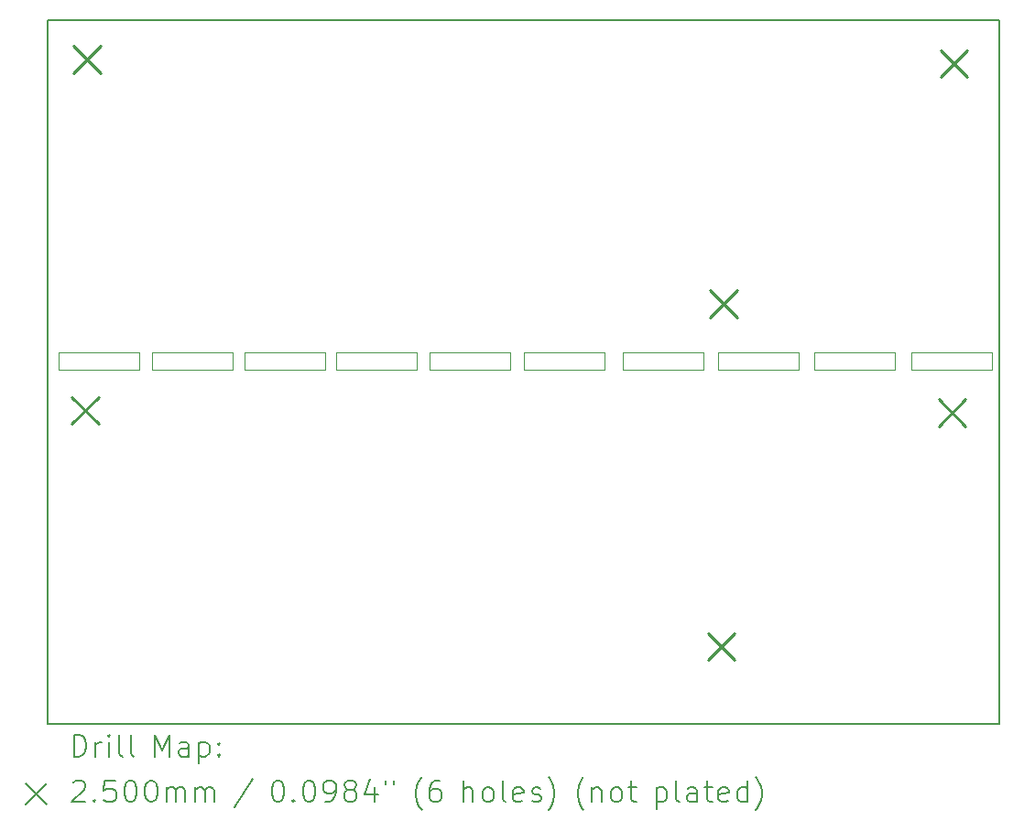
<source format=gbr>
%TF.GenerationSoftware,KiCad,Pcbnew,6.99.0-unknown-492e6548ff~162~ubuntu22.04.1*%
%TF.CreationDate,2022-12-11T13:45:47+01:00*%
%TF.ProjectId,lora_dual,6c6f7261-5f64-4756-916c-2e6b69636164,rev?*%
%TF.SameCoordinates,Original*%
%TF.FileFunction,Drillmap*%
%TF.FilePolarity,Positive*%
%FSLAX45Y45*%
G04 Gerber Fmt 4.5, Leading zero omitted, Abs format (unit mm)*
G04 Created by KiCad (PCBNEW 6.99.0-unknown-492e6548ff~162~ubuntu22.04.1) date 2022-12-11 13:45:47*
%MOMM*%
%LPD*%
G01*
G04 APERTURE LIST*
%ADD10C,0.100000*%
%ADD11C,0.150000*%
%ADD12C,0.200000*%
%ADD13C,0.250000*%
G04 APERTURE END LIST*
D10*
X15375000Y-12595000D02*
X16120000Y-12595000D01*
X16120000Y-12595000D02*
X16120000Y-12755000D01*
X16120000Y-12755000D02*
X15375000Y-12755000D01*
X15375000Y-12755000D02*
X15375000Y-12595000D01*
X20640000Y-12600000D02*
X21385000Y-12600000D01*
X21385000Y-12600000D02*
X21385000Y-12760000D01*
X21385000Y-12760000D02*
X20640000Y-12760000D01*
X20640000Y-12760000D02*
X20640000Y-12600000D01*
X21540000Y-12600000D02*
X22285000Y-12600000D01*
X22285000Y-12600000D02*
X22285000Y-12760000D01*
X22285000Y-12760000D02*
X21540000Y-12760000D01*
X21540000Y-12760000D02*
X21540000Y-12600000D01*
X19755000Y-12600000D02*
X20500000Y-12600000D01*
X20500000Y-12600000D02*
X20500000Y-12760000D01*
X20500000Y-12760000D02*
X19755000Y-12760000D01*
X19755000Y-12760000D02*
X19755000Y-12600000D01*
D11*
X13560000Y-9525000D02*
X22350000Y-9525000D01*
X22350000Y-9525000D02*
X22350000Y-16035000D01*
X22350000Y-16035000D02*
X13560000Y-16035000D01*
X13560000Y-16035000D02*
X13560000Y-9525000D01*
D10*
X14520000Y-12595000D02*
X15265000Y-12595000D01*
X15265000Y-12595000D02*
X15265000Y-12755000D01*
X15265000Y-12755000D02*
X14520000Y-12755000D01*
X14520000Y-12755000D02*
X14520000Y-12595000D01*
X17960000Y-12600000D02*
X18705000Y-12600000D01*
X18705000Y-12600000D02*
X18705000Y-12760000D01*
X18705000Y-12760000D02*
X17960000Y-12760000D01*
X17960000Y-12760000D02*
X17960000Y-12600000D01*
X13660000Y-12595000D02*
X14405000Y-12595000D01*
X14405000Y-12595000D02*
X14405000Y-12755000D01*
X14405000Y-12755000D02*
X13660000Y-12755000D01*
X13660000Y-12755000D02*
X13660000Y-12595000D01*
X18875000Y-12600000D02*
X19620000Y-12600000D01*
X19620000Y-12600000D02*
X19620000Y-12760000D01*
X19620000Y-12760000D02*
X18875000Y-12760000D01*
X18875000Y-12760000D02*
X18875000Y-12600000D01*
X17090000Y-12600000D02*
X17835000Y-12600000D01*
X17835000Y-12600000D02*
X17835000Y-12760000D01*
X17835000Y-12760000D02*
X17090000Y-12760000D01*
X17090000Y-12760000D02*
X17090000Y-12600000D01*
X16225000Y-12600000D02*
X16970000Y-12600000D01*
X16970000Y-12600000D02*
X16970000Y-12760000D01*
X16970000Y-12760000D02*
X16225000Y-12760000D01*
X16225000Y-12760000D02*
X16225000Y-12600000D01*
D12*
D13*
X13780000Y-13010000D02*
X14030000Y-13260000D01*
X14030000Y-13010000D02*
X13780000Y-13260000D01*
X13795000Y-9765000D02*
X14045000Y-10015000D01*
X14045000Y-9765000D02*
X13795000Y-10015000D01*
X19660000Y-15195000D02*
X19910000Y-15445000D01*
X19910000Y-15195000D02*
X19660000Y-15445000D01*
X19680000Y-12025000D02*
X19930000Y-12275000D01*
X19930000Y-12025000D02*
X19680000Y-12275000D01*
X21795000Y-13030000D02*
X22045000Y-13280000D01*
X22045000Y-13030000D02*
X21795000Y-13280000D01*
X21810000Y-9800000D02*
X22060000Y-10050000D01*
X22060000Y-9800000D02*
X21810000Y-10050000D01*
D12*
X13800119Y-16335976D02*
X13800119Y-16135976D01*
X13800119Y-16135976D02*
X13847738Y-16135976D01*
X13847738Y-16135976D02*
X13876309Y-16145500D01*
X13876309Y-16145500D02*
X13895357Y-16164548D01*
X13895357Y-16164548D02*
X13904881Y-16183595D01*
X13904881Y-16183595D02*
X13914405Y-16221690D01*
X13914405Y-16221690D02*
X13914405Y-16250262D01*
X13914405Y-16250262D02*
X13904881Y-16288357D01*
X13904881Y-16288357D02*
X13895357Y-16307405D01*
X13895357Y-16307405D02*
X13876309Y-16326452D01*
X13876309Y-16326452D02*
X13847738Y-16335976D01*
X13847738Y-16335976D02*
X13800119Y-16335976D01*
X14000119Y-16335976D02*
X14000119Y-16202643D01*
X14000119Y-16240738D02*
X14009643Y-16221690D01*
X14009643Y-16221690D02*
X14019167Y-16212167D01*
X14019167Y-16212167D02*
X14038214Y-16202643D01*
X14038214Y-16202643D02*
X14057262Y-16202643D01*
X14123928Y-16335976D02*
X14123928Y-16202643D01*
X14123928Y-16135976D02*
X14114405Y-16145500D01*
X14114405Y-16145500D02*
X14123928Y-16155024D01*
X14123928Y-16155024D02*
X14133452Y-16145500D01*
X14133452Y-16145500D02*
X14123928Y-16135976D01*
X14123928Y-16135976D02*
X14123928Y-16155024D01*
X14247738Y-16335976D02*
X14228690Y-16326452D01*
X14228690Y-16326452D02*
X14219167Y-16307405D01*
X14219167Y-16307405D02*
X14219167Y-16135976D01*
X14352500Y-16335976D02*
X14333452Y-16326452D01*
X14333452Y-16326452D02*
X14323928Y-16307405D01*
X14323928Y-16307405D02*
X14323928Y-16135976D01*
X14548690Y-16335976D02*
X14548690Y-16135976D01*
X14548690Y-16135976D02*
X14615357Y-16278833D01*
X14615357Y-16278833D02*
X14682024Y-16135976D01*
X14682024Y-16135976D02*
X14682024Y-16335976D01*
X14862976Y-16335976D02*
X14862976Y-16231214D01*
X14862976Y-16231214D02*
X14853452Y-16212167D01*
X14853452Y-16212167D02*
X14834405Y-16202643D01*
X14834405Y-16202643D02*
X14796309Y-16202643D01*
X14796309Y-16202643D02*
X14777262Y-16212167D01*
X14862976Y-16326452D02*
X14843928Y-16335976D01*
X14843928Y-16335976D02*
X14796309Y-16335976D01*
X14796309Y-16335976D02*
X14777262Y-16326452D01*
X14777262Y-16326452D02*
X14767738Y-16307405D01*
X14767738Y-16307405D02*
X14767738Y-16288357D01*
X14767738Y-16288357D02*
X14777262Y-16269309D01*
X14777262Y-16269309D02*
X14796309Y-16259786D01*
X14796309Y-16259786D02*
X14843928Y-16259786D01*
X14843928Y-16259786D02*
X14862976Y-16250262D01*
X14958214Y-16202643D02*
X14958214Y-16402643D01*
X14958214Y-16212167D02*
X14977262Y-16202643D01*
X14977262Y-16202643D02*
X15015357Y-16202643D01*
X15015357Y-16202643D02*
X15034405Y-16212167D01*
X15034405Y-16212167D02*
X15043928Y-16221690D01*
X15043928Y-16221690D02*
X15053452Y-16240738D01*
X15053452Y-16240738D02*
X15053452Y-16297881D01*
X15053452Y-16297881D02*
X15043928Y-16316928D01*
X15043928Y-16316928D02*
X15034405Y-16326452D01*
X15034405Y-16326452D02*
X15015357Y-16335976D01*
X15015357Y-16335976D02*
X14977262Y-16335976D01*
X14977262Y-16335976D02*
X14958214Y-16326452D01*
X15139167Y-16316928D02*
X15148690Y-16326452D01*
X15148690Y-16326452D02*
X15139167Y-16335976D01*
X15139167Y-16335976D02*
X15129643Y-16326452D01*
X15129643Y-16326452D02*
X15139167Y-16316928D01*
X15139167Y-16316928D02*
X15139167Y-16335976D01*
X15139167Y-16212167D02*
X15148690Y-16221690D01*
X15148690Y-16221690D02*
X15139167Y-16231214D01*
X15139167Y-16231214D02*
X15129643Y-16221690D01*
X15129643Y-16221690D02*
X15139167Y-16212167D01*
X15139167Y-16212167D02*
X15139167Y-16231214D01*
X13352500Y-16582500D02*
X13552500Y-16782500D01*
X13552500Y-16582500D02*
X13352500Y-16782500D01*
X13790595Y-16575024D02*
X13800119Y-16565500D01*
X13800119Y-16565500D02*
X13819167Y-16555976D01*
X13819167Y-16555976D02*
X13866786Y-16555976D01*
X13866786Y-16555976D02*
X13885833Y-16565500D01*
X13885833Y-16565500D02*
X13895357Y-16575024D01*
X13895357Y-16575024D02*
X13904881Y-16594071D01*
X13904881Y-16594071D02*
X13904881Y-16613119D01*
X13904881Y-16613119D02*
X13895357Y-16641690D01*
X13895357Y-16641690D02*
X13781071Y-16755976D01*
X13781071Y-16755976D02*
X13904881Y-16755976D01*
X13990595Y-16736928D02*
X14000119Y-16746452D01*
X14000119Y-16746452D02*
X13990595Y-16755976D01*
X13990595Y-16755976D02*
X13981071Y-16746452D01*
X13981071Y-16746452D02*
X13990595Y-16736928D01*
X13990595Y-16736928D02*
X13990595Y-16755976D01*
X14181071Y-16555976D02*
X14085833Y-16555976D01*
X14085833Y-16555976D02*
X14076309Y-16651214D01*
X14076309Y-16651214D02*
X14085833Y-16641690D01*
X14085833Y-16641690D02*
X14104881Y-16632167D01*
X14104881Y-16632167D02*
X14152500Y-16632167D01*
X14152500Y-16632167D02*
X14171548Y-16641690D01*
X14171548Y-16641690D02*
X14181071Y-16651214D01*
X14181071Y-16651214D02*
X14190595Y-16670262D01*
X14190595Y-16670262D02*
X14190595Y-16717881D01*
X14190595Y-16717881D02*
X14181071Y-16736928D01*
X14181071Y-16736928D02*
X14171548Y-16746452D01*
X14171548Y-16746452D02*
X14152500Y-16755976D01*
X14152500Y-16755976D02*
X14104881Y-16755976D01*
X14104881Y-16755976D02*
X14085833Y-16746452D01*
X14085833Y-16746452D02*
X14076309Y-16736928D01*
X14314405Y-16555976D02*
X14333452Y-16555976D01*
X14333452Y-16555976D02*
X14352500Y-16565500D01*
X14352500Y-16565500D02*
X14362024Y-16575024D01*
X14362024Y-16575024D02*
X14371548Y-16594071D01*
X14371548Y-16594071D02*
X14381071Y-16632167D01*
X14381071Y-16632167D02*
X14381071Y-16679786D01*
X14381071Y-16679786D02*
X14371548Y-16717881D01*
X14371548Y-16717881D02*
X14362024Y-16736928D01*
X14362024Y-16736928D02*
X14352500Y-16746452D01*
X14352500Y-16746452D02*
X14333452Y-16755976D01*
X14333452Y-16755976D02*
X14314405Y-16755976D01*
X14314405Y-16755976D02*
X14295357Y-16746452D01*
X14295357Y-16746452D02*
X14285833Y-16736928D01*
X14285833Y-16736928D02*
X14276309Y-16717881D01*
X14276309Y-16717881D02*
X14266786Y-16679786D01*
X14266786Y-16679786D02*
X14266786Y-16632167D01*
X14266786Y-16632167D02*
X14276309Y-16594071D01*
X14276309Y-16594071D02*
X14285833Y-16575024D01*
X14285833Y-16575024D02*
X14295357Y-16565500D01*
X14295357Y-16565500D02*
X14314405Y-16555976D01*
X14504881Y-16555976D02*
X14523929Y-16555976D01*
X14523929Y-16555976D02*
X14542976Y-16565500D01*
X14542976Y-16565500D02*
X14552500Y-16575024D01*
X14552500Y-16575024D02*
X14562024Y-16594071D01*
X14562024Y-16594071D02*
X14571548Y-16632167D01*
X14571548Y-16632167D02*
X14571548Y-16679786D01*
X14571548Y-16679786D02*
X14562024Y-16717881D01*
X14562024Y-16717881D02*
X14552500Y-16736928D01*
X14552500Y-16736928D02*
X14542976Y-16746452D01*
X14542976Y-16746452D02*
X14523929Y-16755976D01*
X14523929Y-16755976D02*
X14504881Y-16755976D01*
X14504881Y-16755976D02*
X14485833Y-16746452D01*
X14485833Y-16746452D02*
X14476309Y-16736928D01*
X14476309Y-16736928D02*
X14466786Y-16717881D01*
X14466786Y-16717881D02*
X14457262Y-16679786D01*
X14457262Y-16679786D02*
X14457262Y-16632167D01*
X14457262Y-16632167D02*
X14466786Y-16594071D01*
X14466786Y-16594071D02*
X14476309Y-16575024D01*
X14476309Y-16575024D02*
X14485833Y-16565500D01*
X14485833Y-16565500D02*
X14504881Y-16555976D01*
X14657262Y-16755976D02*
X14657262Y-16622643D01*
X14657262Y-16641690D02*
X14666786Y-16632167D01*
X14666786Y-16632167D02*
X14685833Y-16622643D01*
X14685833Y-16622643D02*
X14714405Y-16622643D01*
X14714405Y-16622643D02*
X14733452Y-16632167D01*
X14733452Y-16632167D02*
X14742976Y-16651214D01*
X14742976Y-16651214D02*
X14742976Y-16755976D01*
X14742976Y-16651214D02*
X14752500Y-16632167D01*
X14752500Y-16632167D02*
X14771548Y-16622643D01*
X14771548Y-16622643D02*
X14800119Y-16622643D01*
X14800119Y-16622643D02*
X14819167Y-16632167D01*
X14819167Y-16632167D02*
X14828690Y-16651214D01*
X14828690Y-16651214D02*
X14828690Y-16755976D01*
X14923929Y-16755976D02*
X14923929Y-16622643D01*
X14923929Y-16641690D02*
X14933452Y-16632167D01*
X14933452Y-16632167D02*
X14952500Y-16622643D01*
X14952500Y-16622643D02*
X14981071Y-16622643D01*
X14981071Y-16622643D02*
X15000119Y-16632167D01*
X15000119Y-16632167D02*
X15009643Y-16651214D01*
X15009643Y-16651214D02*
X15009643Y-16755976D01*
X15009643Y-16651214D02*
X15019167Y-16632167D01*
X15019167Y-16632167D02*
X15038214Y-16622643D01*
X15038214Y-16622643D02*
X15066786Y-16622643D01*
X15066786Y-16622643D02*
X15085833Y-16632167D01*
X15085833Y-16632167D02*
X15095357Y-16651214D01*
X15095357Y-16651214D02*
X15095357Y-16755976D01*
X15453452Y-16546452D02*
X15282024Y-16803595D01*
X15678214Y-16555976D02*
X15697262Y-16555976D01*
X15697262Y-16555976D02*
X15716310Y-16565500D01*
X15716310Y-16565500D02*
X15725833Y-16575024D01*
X15725833Y-16575024D02*
X15735357Y-16594071D01*
X15735357Y-16594071D02*
X15744881Y-16632167D01*
X15744881Y-16632167D02*
X15744881Y-16679786D01*
X15744881Y-16679786D02*
X15735357Y-16717881D01*
X15735357Y-16717881D02*
X15725833Y-16736928D01*
X15725833Y-16736928D02*
X15716310Y-16746452D01*
X15716310Y-16746452D02*
X15697262Y-16755976D01*
X15697262Y-16755976D02*
X15678214Y-16755976D01*
X15678214Y-16755976D02*
X15659167Y-16746452D01*
X15659167Y-16746452D02*
X15649643Y-16736928D01*
X15649643Y-16736928D02*
X15640119Y-16717881D01*
X15640119Y-16717881D02*
X15630595Y-16679786D01*
X15630595Y-16679786D02*
X15630595Y-16632167D01*
X15630595Y-16632167D02*
X15640119Y-16594071D01*
X15640119Y-16594071D02*
X15649643Y-16575024D01*
X15649643Y-16575024D02*
X15659167Y-16565500D01*
X15659167Y-16565500D02*
X15678214Y-16555976D01*
X15830595Y-16736928D02*
X15840119Y-16746452D01*
X15840119Y-16746452D02*
X15830595Y-16755976D01*
X15830595Y-16755976D02*
X15821071Y-16746452D01*
X15821071Y-16746452D02*
X15830595Y-16736928D01*
X15830595Y-16736928D02*
X15830595Y-16755976D01*
X15963929Y-16555976D02*
X15982976Y-16555976D01*
X15982976Y-16555976D02*
X16002024Y-16565500D01*
X16002024Y-16565500D02*
X16011548Y-16575024D01*
X16011548Y-16575024D02*
X16021071Y-16594071D01*
X16021071Y-16594071D02*
X16030595Y-16632167D01*
X16030595Y-16632167D02*
X16030595Y-16679786D01*
X16030595Y-16679786D02*
X16021071Y-16717881D01*
X16021071Y-16717881D02*
X16011548Y-16736928D01*
X16011548Y-16736928D02*
X16002024Y-16746452D01*
X16002024Y-16746452D02*
X15982976Y-16755976D01*
X15982976Y-16755976D02*
X15963929Y-16755976D01*
X15963929Y-16755976D02*
X15944881Y-16746452D01*
X15944881Y-16746452D02*
X15935357Y-16736928D01*
X15935357Y-16736928D02*
X15925833Y-16717881D01*
X15925833Y-16717881D02*
X15916310Y-16679786D01*
X15916310Y-16679786D02*
X15916310Y-16632167D01*
X15916310Y-16632167D02*
X15925833Y-16594071D01*
X15925833Y-16594071D02*
X15935357Y-16575024D01*
X15935357Y-16575024D02*
X15944881Y-16565500D01*
X15944881Y-16565500D02*
X15963929Y-16555976D01*
X16125833Y-16755976D02*
X16163929Y-16755976D01*
X16163929Y-16755976D02*
X16182976Y-16746452D01*
X16182976Y-16746452D02*
X16192500Y-16736928D01*
X16192500Y-16736928D02*
X16211548Y-16708357D01*
X16211548Y-16708357D02*
X16221071Y-16670262D01*
X16221071Y-16670262D02*
X16221071Y-16594071D01*
X16221071Y-16594071D02*
X16211548Y-16575024D01*
X16211548Y-16575024D02*
X16202024Y-16565500D01*
X16202024Y-16565500D02*
X16182976Y-16555976D01*
X16182976Y-16555976D02*
X16144881Y-16555976D01*
X16144881Y-16555976D02*
X16125833Y-16565500D01*
X16125833Y-16565500D02*
X16116310Y-16575024D01*
X16116310Y-16575024D02*
X16106786Y-16594071D01*
X16106786Y-16594071D02*
X16106786Y-16641690D01*
X16106786Y-16641690D02*
X16116310Y-16660738D01*
X16116310Y-16660738D02*
X16125833Y-16670262D01*
X16125833Y-16670262D02*
X16144881Y-16679786D01*
X16144881Y-16679786D02*
X16182976Y-16679786D01*
X16182976Y-16679786D02*
X16202024Y-16670262D01*
X16202024Y-16670262D02*
X16211548Y-16660738D01*
X16211548Y-16660738D02*
X16221071Y-16641690D01*
X16335357Y-16641690D02*
X16316310Y-16632167D01*
X16316310Y-16632167D02*
X16306786Y-16622643D01*
X16306786Y-16622643D02*
X16297262Y-16603595D01*
X16297262Y-16603595D02*
X16297262Y-16594071D01*
X16297262Y-16594071D02*
X16306786Y-16575024D01*
X16306786Y-16575024D02*
X16316310Y-16565500D01*
X16316310Y-16565500D02*
X16335357Y-16555976D01*
X16335357Y-16555976D02*
X16373452Y-16555976D01*
X16373452Y-16555976D02*
X16392500Y-16565500D01*
X16392500Y-16565500D02*
X16402024Y-16575024D01*
X16402024Y-16575024D02*
X16411548Y-16594071D01*
X16411548Y-16594071D02*
X16411548Y-16603595D01*
X16411548Y-16603595D02*
X16402024Y-16622643D01*
X16402024Y-16622643D02*
X16392500Y-16632167D01*
X16392500Y-16632167D02*
X16373452Y-16641690D01*
X16373452Y-16641690D02*
X16335357Y-16641690D01*
X16335357Y-16641690D02*
X16316310Y-16651214D01*
X16316310Y-16651214D02*
X16306786Y-16660738D01*
X16306786Y-16660738D02*
X16297262Y-16679786D01*
X16297262Y-16679786D02*
X16297262Y-16717881D01*
X16297262Y-16717881D02*
X16306786Y-16736928D01*
X16306786Y-16736928D02*
X16316310Y-16746452D01*
X16316310Y-16746452D02*
X16335357Y-16755976D01*
X16335357Y-16755976D02*
X16373452Y-16755976D01*
X16373452Y-16755976D02*
X16392500Y-16746452D01*
X16392500Y-16746452D02*
X16402024Y-16736928D01*
X16402024Y-16736928D02*
X16411548Y-16717881D01*
X16411548Y-16717881D02*
X16411548Y-16679786D01*
X16411548Y-16679786D02*
X16402024Y-16660738D01*
X16402024Y-16660738D02*
X16392500Y-16651214D01*
X16392500Y-16651214D02*
X16373452Y-16641690D01*
X16582976Y-16622643D02*
X16582976Y-16755976D01*
X16535357Y-16546452D02*
X16487738Y-16689309D01*
X16487738Y-16689309D02*
X16611548Y-16689309D01*
X16678214Y-16555976D02*
X16678214Y-16594071D01*
X16754405Y-16555976D02*
X16754405Y-16594071D01*
X17017262Y-16832167D02*
X17007738Y-16822643D01*
X17007738Y-16822643D02*
X16988691Y-16794071D01*
X16988691Y-16794071D02*
X16979167Y-16775024D01*
X16979167Y-16775024D02*
X16969643Y-16746452D01*
X16969643Y-16746452D02*
X16960119Y-16698833D01*
X16960119Y-16698833D02*
X16960119Y-16660738D01*
X16960119Y-16660738D02*
X16969643Y-16613119D01*
X16969643Y-16613119D02*
X16979167Y-16584548D01*
X16979167Y-16584548D02*
X16988691Y-16565500D01*
X16988691Y-16565500D02*
X17007738Y-16536928D01*
X17007738Y-16536928D02*
X17017262Y-16527405D01*
X17179167Y-16555976D02*
X17141072Y-16555976D01*
X17141072Y-16555976D02*
X17122024Y-16565500D01*
X17122024Y-16565500D02*
X17112500Y-16575024D01*
X17112500Y-16575024D02*
X17093453Y-16603595D01*
X17093453Y-16603595D02*
X17083929Y-16641690D01*
X17083929Y-16641690D02*
X17083929Y-16717881D01*
X17083929Y-16717881D02*
X17093453Y-16736928D01*
X17093453Y-16736928D02*
X17102976Y-16746452D01*
X17102976Y-16746452D02*
X17122024Y-16755976D01*
X17122024Y-16755976D02*
X17160119Y-16755976D01*
X17160119Y-16755976D02*
X17179167Y-16746452D01*
X17179167Y-16746452D02*
X17188691Y-16736928D01*
X17188691Y-16736928D02*
X17198214Y-16717881D01*
X17198214Y-16717881D02*
X17198214Y-16670262D01*
X17198214Y-16670262D02*
X17188691Y-16651214D01*
X17188691Y-16651214D02*
X17179167Y-16641690D01*
X17179167Y-16641690D02*
X17160119Y-16632167D01*
X17160119Y-16632167D02*
X17122024Y-16632167D01*
X17122024Y-16632167D02*
X17102976Y-16641690D01*
X17102976Y-16641690D02*
X17093453Y-16651214D01*
X17093453Y-16651214D02*
X17083929Y-16670262D01*
X17403929Y-16755976D02*
X17403929Y-16555976D01*
X17489643Y-16755976D02*
X17489643Y-16651214D01*
X17489643Y-16651214D02*
X17480119Y-16632167D01*
X17480119Y-16632167D02*
X17461072Y-16622643D01*
X17461072Y-16622643D02*
X17432500Y-16622643D01*
X17432500Y-16622643D02*
X17413453Y-16632167D01*
X17413453Y-16632167D02*
X17403929Y-16641690D01*
X17613453Y-16755976D02*
X17594405Y-16746452D01*
X17594405Y-16746452D02*
X17584881Y-16736928D01*
X17584881Y-16736928D02*
X17575357Y-16717881D01*
X17575357Y-16717881D02*
X17575357Y-16660738D01*
X17575357Y-16660738D02*
X17584881Y-16641690D01*
X17584881Y-16641690D02*
X17594405Y-16632167D01*
X17594405Y-16632167D02*
X17613453Y-16622643D01*
X17613453Y-16622643D02*
X17642024Y-16622643D01*
X17642024Y-16622643D02*
X17661072Y-16632167D01*
X17661072Y-16632167D02*
X17670595Y-16641690D01*
X17670595Y-16641690D02*
X17680119Y-16660738D01*
X17680119Y-16660738D02*
X17680119Y-16717881D01*
X17680119Y-16717881D02*
X17670595Y-16736928D01*
X17670595Y-16736928D02*
X17661072Y-16746452D01*
X17661072Y-16746452D02*
X17642024Y-16755976D01*
X17642024Y-16755976D02*
X17613453Y-16755976D01*
X17794405Y-16755976D02*
X17775357Y-16746452D01*
X17775357Y-16746452D02*
X17765834Y-16727405D01*
X17765834Y-16727405D02*
X17765834Y-16555976D01*
X17946786Y-16746452D02*
X17927738Y-16755976D01*
X17927738Y-16755976D02*
X17889643Y-16755976D01*
X17889643Y-16755976D02*
X17870595Y-16746452D01*
X17870595Y-16746452D02*
X17861072Y-16727405D01*
X17861072Y-16727405D02*
X17861072Y-16651214D01*
X17861072Y-16651214D02*
X17870595Y-16632167D01*
X17870595Y-16632167D02*
X17889643Y-16622643D01*
X17889643Y-16622643D02*
X17927738Y-16622643D01*
X17927738Y-16622643D02*
X17946786Y-16632167D01*
X17946786Y-16632167D02*
X17956310Y-16651214D01*
X17956310Y-16651214D02*
X17956310Y-16670262D01*
X17956310Y-16670262D02*
X17861072Y-16689309D01*
X18032500Y-16746452D02*
X18051548Y-16755976D01*
X18051548Y-16755976D02*
X18089643Y-16755976D01*
X18089643Y-16755976D02*
X18108691Y-16746452D01*
X18108691Y-16746452D02*
X18118215Y-16727405D01*
X18118215Y-16727405D02*
X18118215Y-16717881D01*
X18118215Y-16717881D02*
X18108691Y-16698833D01*
X18108691Y-16698833D02*
X18089643Y-16689309D01*
X18089643Y-16689309D02*
X18061072Y-16689309D01*
X18061072Y-16689309D02*
X18042024Y-16679786D01*
X18042024Y-16679786D02*
X18032500Y-16660738D01*
X18032500Y-16660738D02*
X18032500Y-16651214D01*
X18032500Y-16651214D02*
X18042024Y-16632167D01*
X18042024Y-16632167D02*
X18061072Y-16622643D01*
X18061072Y-16622643D02*
X18089643Y-16622643D01*
X18089643Y-16622643D02*
X18108691Y-16632167D01*
X18184881Y-16832167D02*
X18194405Y-16822643D01*
X18194405Y-16822643D02*
X18213453Y-16794071D01*
X18213453Y-16794071D02*
X18222976Y-16775024D01*
X18222976Y-16775024D02*
X18232500Y-16746452D01*
X18232500Y-16746452D02*
X18242024Y-16698833D01*
X18242024Y-16698833D02*
X18242024Y-16660738D01*
X18242024Y-16660738D02*
X18232500Y-16613119D01*
X18232500Y-16613119D02*
X18222976Y-16584548D01*
X18222976Y-16584548D02*
X18213453Y-16565500D01*
X18213453Y-16565500D02*
X18194405Y-16536928D01*
X18194405Y-16536928D02*
X18184881Y-16527405D01*
X18514405Y-16832167D02*
X18504881Y-16822643D01*
X18504881Y-16822643D02*
X18485834Y-16794071D01*
X18485834Y-16794071D02*
X18476310Y-16775024D01*
X18476310Y-16775024D02*
X18466786Y-16746452D01*
X18466786Y-16746452D02*
X18457262Y-16698833D01*
X18457262Y-16698833D02*
X18457262Y-16660738D01*
X18457262Y-16660738D02*
X18466786Y-16613119D01*
X18466786Y-16613119D02*
X18476310Y-16584548D01*
X18476310Y-16584548D02*
X18485834Y-16565500D01*
X18485834Y-16565500D02*
X18504881Y-16536928D01*
X18504881Y-16536928D02*
X18514405Y-16527405D01*
X18590595Y-16622643D02*
X18590595Y-16755976D01*
X18590595Y-16641690D02*
X18600119Y-16632167D01*
X18600119Y-16632167D02*
X18619167Y-16622643D01*
X18619167Y-16622643D02*
X18647738Y-16622643D01*
X18647738Y-16622643D02*
X18666786Y-16632167D01*
X18666786Y-16632167D02*
X18676310Y-16651214D01*
X18676310Y-16651214D02*
X18676310Y-16755976D01*
X18800119Y-16755976D02*
X18781072Y-16746452D01*
X18781072Y-16746452D02*
X18771548Y-16736928D01*
X18771548Y-16736928D02*
X18762024Y-16717881D01*
X18762024Y-16717881D02*
X18762024Y-16660738D01*
X18762024Y-16660738D02*
X18771548Y-16641690D01*
X18771548Y-16641690D02*
X18781072Y-16632167D01*
X18781072Y-16632167D02*
X18800119Y-16622643D01*
X18800119Y-16622643D02*
X18828691Y-16622643D01*
X18828691Y-16622643D02*
X18847738Y-16632167D01*
X18847738Y-16632167D02*
X18857262Y-16641690D01*
X18857262Y-16641690D02*
X18866786Y-16660738D01*
X18866786Y-16660738D02*
X18866786Y-16717881D01*
X18866786Y-16717881D02*
X18857262Y-16736928D01*
X18857262Y-16736928D02*
X18847738Y-16746452D01*
X18847738Y-16746452D02*
X18828691Y-16755976D01*
X18828691Y-16755976D02*
X18800119Y-16755976D01*
X18923929Y-16622643D02*
X19000119Y-16622643D01*
X18952500Y-16555976D02*
X18952500Y-16727405D01*
X18952500Y-16727405D02*
X18962024Y-16746452D01*
X18962024Y-16746452D02*
X18981072Y-16755976D01*
X18981072Y-16755976D02*
X19000119Y-16755976D01*
X19186786Y-16622643D02*
X19186786Y-16822643D01*
X19186786Y-16632167D02*
X19205834Y-16622643D01*
X19205834Y-16622643D02*
X19243929Y-16622643D01*
X19243929Y-16622643D02*
X19262976Y-16632167D01*
X19262976Y-16632167D02*
X19272500Y-16641690D01*
X19272500Y-16641690D02*
X19282024Y-16660738D01*
X19282024Y-16660738D02*
X19282024Y-16717881D01*
X19282024Y-16717881D02*
X19272500Y-16736928D01*
X19272500Y-16736928D02*
X19262976Y-16746452D01*
X19262976Y-16746452D02*
X19243929Y-16755976D01*
X19243929Y-16755976D02*
X19205834Y-16755976D01*
X19205834Y-16755976D02*
X19186786Y-16746452D01*
X19396310Y-16755976D02*
X19377262Y-16746452D01*
X19377262Y-16746452D02*
X19367738Y-16727405D01*
X19367738Y-16727405D02*
X19367738Y-16555976D01*
X19558215Y-16755976D02*
X19558215Y-16651214D01*
X19558215Y-16651214D02*
X19548691Y-16632167D01*
X19548691Y-16632167D02*
X19529643Y-16622643D01*
X19529643Y-16622643D02*
X19491548Y-16622643D01*
X19491548Y-16622643D02*
X19472500Y-16632167D01*
X19558215Y-16746452D02*
X19539167Y-16755976D01*
X19539167Y-16755976D02*
X19491548Y-16755976D01*
X19491548Y-16755976D02*
X19472500Y-16746452D01*
X19472500Y-16746452D02*
X19462976Y-16727405D01*
X19462976Y-16727405D02*
X19462976Y-16708357D01*
X19462976Y-16708357D02*
X19472500Y-16689309D01*
X19472500Y-16689309D02*
X19491548Y-16679786D01*
X19491548Y-16679786D02*
X19539167Y-16679786D01*
X19539167Y-16679786D02*
X19558215Y-16670262D01*
X19624881Y-16622643D02*
X19701072Y-16622643D01*
X19653453Y-16555976D02*
X19653453Y-16727405D01*
X19653453Y-16727405D02*
X19662976Y-16746452D01*
X19662976Y-16746452D02*
X19682024Y-16755976D01*
X19682024Y-16755976D02*
X19701072Y-16755976D01*
X19843929Y-16746452D02*
X19824881Y-16755976D01*
X19824881Y-16755976D02*
X19786786Y-16755976D01*
X19786786Y-16755976D02*
X19767738Y-16746452D01*
X19767738Y-16746452D02*
X19758215Y-16727405D01*
X19758215Y-16727405D02*
X19758215Y-16651214D01*
X19758215Y-16651214D02*
X19767738Y-16632167D01*
X19767738Y-16632167D02*
X19786786Y-16622643D01*
X19786786Y-16622643D02*
X19824881Y-16622643D01*
X19824881Y-16622643D02*
X19843929Y-16632167D01*
X19843929Y-16632167D02*
X19853453Y-16651214D01*
X19853453Y-16651214D02*
X19853453Y-16670262D01*
X19853453Y-16670262D02*
X19758215Y-16689309D01*
X20024881Y-16755976D02*
X20024881Y-16555976D01*
X20024881Y-16746452D02*
X20005834Y-16755976D01*
X20005834Y-16755976D02*
X19967738Y-16755976D01*
X19967738Y-16755976D02*
X19948691Y-16746452D01*
X19948691Y-16746452D02*
X19939167Y-16736928D01*
X19939167Y-16736928D02*
X19929643Y-16717881D01*
X19929643Y-16717881D02*
X19929643Y-16660738D01*
X19929643Y-16660738D02*
X19939167Y-16641690D01*
X19939167Y-16641690D02*
X19948691Y-16632167D01*
X19948691Y-16632167D02*
X19967738Y-16622643D01*
X19967738Y-16622643D02*
X20005834Y-16622643D01*
X20005834Y-16622643D02*
X20024881Y-16632167D01*
X20101072Y-16832167D02*
X20110596Y-16822643D01*
X20110596Y-16822643D02*
X20129643Y-16794071D01*
X20129643Y-16794071D02*
X20139167Y-16775024D01*
X20139167Y-16775024D02*
X20148691Y-16746452D01*
X20148691Y-16746452D02*
X20158215Y-16698833D01*
X20158215Y-16698833D02*
X20158215Y-16660738D01*
X20158215Y-16660738D02*
X20148691Y-16613119D01*
X20148691Y-16613119D02*
X20139167Y-16584548D01*
X20139167Y-16584548D02*
X20129643Y-16565500D01*
X20129643Y-16565500D02*
X20110596Y-16536928D01*
X20110596Y-16536928D02*
X20101072Y-16527405D01*
M02*

</source>
